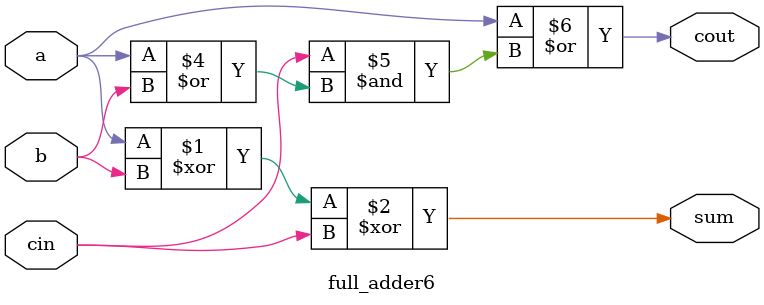
<source format=v>
module full_adder6(a,b,cin,sum,cout);
input a,b,cin;
output sum,cout;
assign sum = a^b^cin;
assign cout = a&1'b1|cin&(a|b); 
// initial begin
//     $display("The incorrect adder with and0 having in2/1");
// end   
endmodule
</source>
